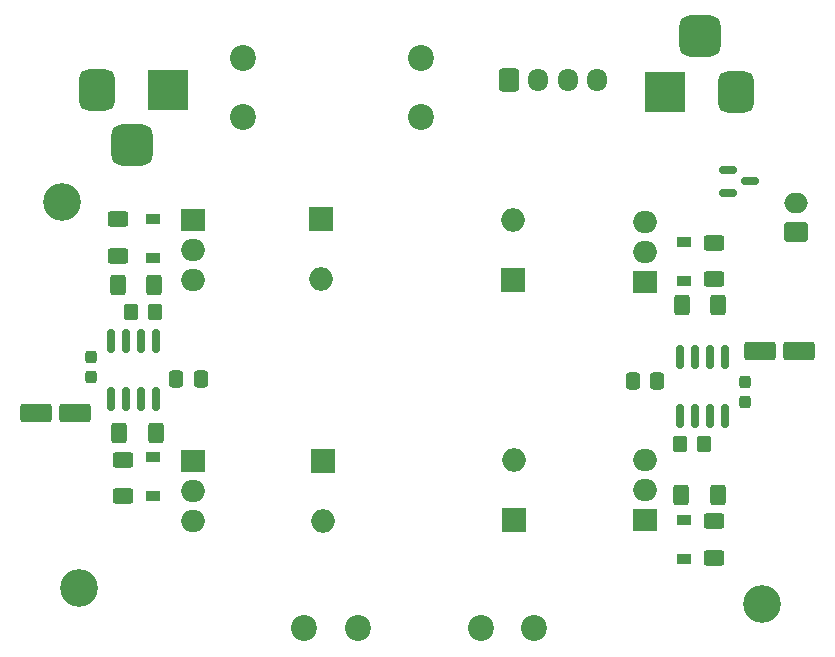
<source format=gbr>
%TF.GenerationSoftware,KiCad,Pcbnew,(6.0.1)*%
%TF.CreationDate,2022-05-20T18:23:43-05:00*%
%TF.ProjectId,BookSensitizer,426f6f6b-5365-46e7-9369-74697a65722e,rev?*%
%TF.SameCoordinates,Original*%
%TF.FileFunction,Soldermask,Top*%
%TF.FilePolarity,Negative*%
%FSLAX46Y46*%
G04 Gerber Fmt 4.6, Leading zero omitted, Abs format (unit mm)*
G04 Created by KiCad (PCBNEW (6.0.1)) date 2022-05-20 18:23:43*
%MOMM*%
%LPD*%
G01*
G04 APERTURE LIST*
G04 Aperture macros list*
%AMRoundRect*
0 Rectangle with rounded corners*
0 $1 Rounding radius*
0 $2 $3 $4 $5 $6 $7 $8 $9 X,Y pos of 4 corners*
0 Add a 4 corners polygon primitive as box body*
4,1,4,$2,$3,$4,$5,$6,$7,$8,$9,$2,$3,0*
0 Add four circle primitives for the rounded corners*
1,1,$1+$1,$2,$3*
1,1,$1+$1,$4,$5*
1,1,$1+$1,$6,$7*
1,1,$1+$1,$8,$9*
0 Add four rect primitives between the rounded corners*
20,1,$1+$1,$2,$3,$4,$5,0*
20,1,$1+$1,$4,$5,$6,$7,0*
20,1,$1+$1,$6,$7,$8,$9,0*
20,1,$1+$1,$8,$9,$2,$3,0*%
G04 Aperture macros list end*
%ADD10R,2.000000X2.000000*%
%ADD11O,2.000000X2.000000*%
%ADD12RoundRect,0.237500X0.237500X-0.300000X0.237500X0.300000X-0.237500X0.300000X-0.237500X-0.300000X0*%
%ADD13R,1.200000X0.900000*%
%ADD14RoundRect,0.150000X-0.150000X0.825000X-0.150000X-0.825000X0.150000X-0.825000X0.150000X0.825000X0*%
%ADD15R,3.500000X3.500000*%
%ADD16RoundRect,0.875000X0.875000X0.875000X-0.875000X0.875000X-0.875000X-0.875000X0.875000X-0.875000X0*%
%ADD17RoundRect,0.750000X0.750000X1.000000X-0.750000X1.000000X-0.750000X-1.000000X0.750000X-1.000000X0*%
%ADD18R,2.000000X1.905000*%
%ADD19O,2.000000X1.905000*%
%ADD20RoundRect,0.250000X0.625000X-0.400000X0.625000X0.400000X-0.625000X0.400000X-0.625000X-0.400000X0*%
%ADD21RoundRect,0.250000X-0.350000X-0.450000X0.350000X-0.450000X0.350000X0.450000X-0.350000X0.450000X0*%
%ADD22RoundRect,0.750000X-0.750000X-1.000000X0.750000X-1.000000X0.750000X1.000000X-0.750000X1.000000X0*%
%ADD23RoundRect,0.875000X-0.875000X-0.875000X0.875000X-0.875000X0.875000X0.875000X-0.875000X0.875000X0*%
%ADD24C,3.200000*%
%ADD25RoundRect,0.250000X-0.400000X-0.625000X0.400000X-0.625000X0.400000X0.625000X-0.400000X0.625000X0*%
%ADD26RoundRect,0.250000X0.750000X-0.600000X0.750000X0.600000X-0.750000X0.600000X-0.750000X-0.600000X0*%
%ADD27O,2.000000X1.700000*%
%ADD28RoundRect,0.237500X-0.237500X0.300000X-0.237500X-0.300000X0.237500X-0.300000X0.237500X0.300000X0*%
%ADD29RoundRect,0.250000X-0.337500X-0.475000X0.337500X-0.475000X0.337500X0.475000X-0.337500X0.475000X0*%
%ADD30RoundRect,0.250000X-0.625000X0.400000X-0.625000X-0.400000X0.625000X-0.400000X0.625000X0.400000X0*%
%ADD31RoundRect,0.150000X-0.587500X-0.150000X0.587500X-0.150000X0.587500X0.150000X-0.587500X0.150000X0*%
%ADD32RoundRect,0.250000X0.337500X0.475000X-0.337500X0.475000X-0.337500X-0.475000X0.337500X-0.475000X0*%
%ADD33RoundRect,0.250000X0.400000X0.625000X-0.400000X0.625000X-0.400000X-0.625000X0.400000X-0.625000X0*%
%ADD34C,2.200000*%
%ADD35RoundRect,0.250000X1.075000X0.550000X-1.075000X0.550000X-1.075000X-0.550000X1.075000X-0.550000X0*%
%ADD36RoundRect,0.250000X0.350000X0.450000X-0.350000X0.450000X-0.350000X-0.450000X0.350000X-0.450000X0*%
%ADD37RoundRect,0.150000X0.150000X-0.825000X0.150000X0.825000X-0.150000X0.825000X-0.150000X-0.825000X0*%
%ADD38RoundRect,0.250000X-1.075000X-0.550000X1.075000X-0.550000X1.075000X0.550000X-1.075000X0.550000X0*%
%ADD39RoundRect,0.250000X-0.600000X-0.725000X0.600000X-0.725000X0.600000X0.725000X-0.600000X0.725000X0*%
%ADD40O,1.700000X1.950000*%
G04 APERTURE END LIST*
D10*
%TO.C,D1*%
X78011800Y-84624000D03*
D11*
X78011800Y-89704000D03*
%TD*%
D12*
%TO.C,C2*%
X58394600Y-77494300D03*
X58394600Y-75769300D03*
%TD*%
D13*
%TO.C,D8*%
X108636800Y-92904000D03*
X108636800Y-89604000D03*
%TD*%
D14*
%TO.C,U2*%
X112064800Y-75807800D03*
X110794800Y-75807800D03*
X109524800Y-75807800D03*
X108254800Y-75807800D03*
X108254800Y-80757800D03*
X109524800Y-80757800D03*
X110794800Y-80757800D03*
X112064800Y-80757800D03*
%TD*%
D13*
%TO.C,D6*%
X63611800Y-67404000D03*
X63611800Y-64104000D03*
%TD*%
D15*
%TO.C,Vout_J1*%
X106979200Y-53332300D03*
D16*
X109979200Y-48632300D03*
D17*
X112979200Y-53332300D03*
%TD*%
D18*
%TO.C,Q1*%
X67011800Y-84554000D03*
D19*
X67011800Y-87094000D03*
X67011800Y-89634000D03*
%TD*%
D20*
%TO.C,R6*%
X111136800Y-69204000D03*
X111136800Y-66104000D03*
%TD*%
D18*
%TO.C,Q4*%
X105311800Y-89554000D03*
D19*
X105311800Y-87014000D03*
X105311800Y-84474000D03*
%TD*%
D21*
%TO.C,R5*%
X108311800Y-83108800D03*
X110311800Y-83108800D03*
%TD*%
D15*
%TO.C,Vin_J2*%
X64902600Y-53144500D03*
D22*
X58902600Y-53144500D03*
D23*
X61902600Y-57844500D03*
%TD*%
D24*
%TO.C,T2*%
X55956200Y-62687200D03*
%TD*%
D25*
%TO.C,R9*%
X60781600Y-82245200D03*
X63881600Y-82245200D03*
%TD*%
D13*
%TO.C,D7*%
X108636800Y-66004000D03*
X108636800Y-69304000D03*
%TD*%
D25*
%TO.C,R3*%
X60661800Y-69654000D03*
X63761800Y-69654000D03*
%TD*%
D26*
%TO.C,M1*%
X118121800Y-65204000D03*
D27*
X118121800Y-62704000D03*
%TD*%
D10*
%TO.C,D2*%
X77911800Y-64124000D03*
D11*
X77911800Y-69204000D03*
%TD*%
D28*
%TO.C,C5*%
X113811800Y-77891500D03*
X113811800Y-79616500D03*
%TD*%
D29*
%TO.C,C3*%
X65637500Y-77622400D03*
X67712500Y-77622400D03*
%TD*%
D30*
%TO.C,R2*%
X61137200Y-84471800D03*
X61137200Y-87571800D03*
%TD*%
D18*
%TO.C,Q2*%
X67011800Y-64154000D03*
D19*
X67011800Y-66694000D03*
X67011800Y-69234000D03*
%TD*%
D31*
%TO.C,Q5*%
X112344300Y-59964000D03*
X112344300Y-61864000D03*
X114219300Y-60914000D03*
%TD*%
D10*
%TO.C,D4*%
X94211800Y-89554000D03*
D11*
X94211800Y-84474000D03*
%TD*%
D10*
%TO.C,D3*%
X94111800Y-69254000D03*
D11*
X94111800Y-64174000D03*
%TD*%
D32*
%TO.C,C6*%
X106345900Y-77825600D03*
X104270900Y-77825600D03*
%TD*%
D24*
%TO.C,T3*%
X115239800Y-96723200D03*
%TD*%
D33*
%TO.C,R10*%
X111506600Y-71374000D03*
X108406600Y-71374000D03*
%TD*%
D30*
%TO.C,R7*%
X111136800Y-89704000D03*
X111136800Y-92804000D03*
%TD*%
D20*
%TO.C,R4*%
X60711800Y-67204000D03*
X60711800Y-64104000D03*
%TD*%
D34*
%TO.C,F1 10A*%
X71311800Y-50454000D03*
X71311800Y-55454000D03*
X86311800Y-55454000D03*
X86311800Y-50454000D03*
%TD*%
D33*
%TO.C,R8*%
X111486800Y-87454000D03*
X108386800Y-87454000D03*
%TD*%
D35*
%TO.C,C1*%
X57058200Y-80486600D03*
X53708200Y-80486600D03*
%TD*%
D36*
%TO.C,R1*%
X63783200Y-71986600D03*
X61783200Y-71986600D03*
%TD*%
D18*
%TO.C,Q3*%
X105311800Y-69454000D03*
D19*
X105311800Y-66914000D03*
X105311800Y-64374000D03*
%TD*%
D37*
%TO.C,U1*%
X60078200Y-79361600D03*
X61348200Y-79361600D03*
X62618200Y-79361600D03*
X63888200Y-79361600D03*
X63888200Y-74411600D03*
X62618200Y-74411600D03*
X61348200Y-74411600D03*
X60078200Y-74411600D03*
%TD*%
D38*
%TO.C,C4*%
X115036800Y-75254000D03*
X118386800Y-75254000D03*
%TD*%
D34*
%TO.C,L1*%
X76436800Y-98754000D03*
X80986800Y-98754000D03*
X91411800Y-98754000D03*
X95911800Y-98754000D03*
%TD*%
D24*
%TO.C,T1*%
X57404000Y-95300800D03*
%TD*%
D13*
%TO.C,D5*%
X63637200Y-87571800D03*
X63637200Y-84271800D03*
%TD*%
D39*
%TO.C,J3*%
X93761800Y-52286500D03*
D40*
X96261800Y-52286500D03*
X98761800Y-52286500D03*
X101261800Y-52286500D03*
%TD*%
M02*

</source>
